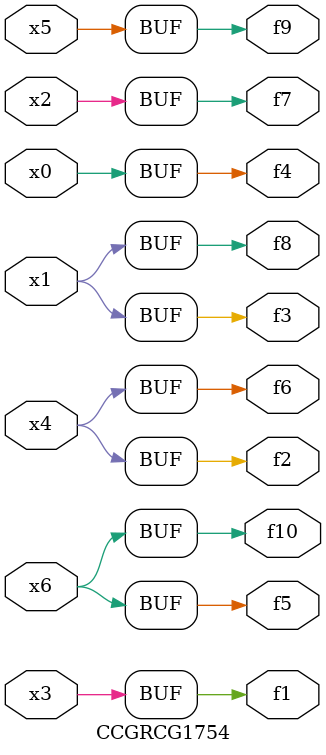
<source format=v>
module CCGRCG1754(
	input x0, x1, x2, x3, x4, x5, x6,
	output f1, f2, f3, f4, f5, f6, f7, f8, f9, f10
);
	assign f1 = x3;
	assign f2 = x4;
	assign f3 = x1;
	assign f4 = x0;
	assign f5 = x6;
	assign f6 = x4;
	assign f7 = x2;
	assign f8 = x1;
	assign f9 = x5;
	assign f10 = x6;
endmodule

</source>
